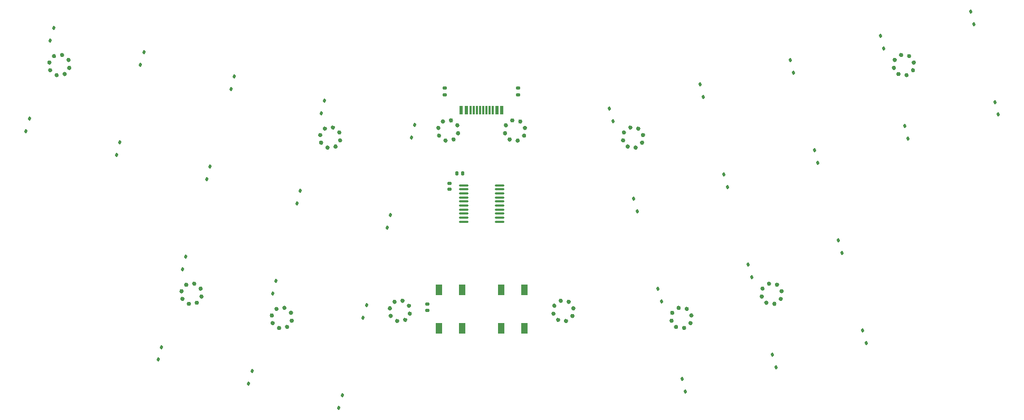
<source format=gbr>
%TF.GenerationSoftware,KiCad,Pcbnew,7.0.8*%
%TF.CreationDate,2024-02-21T20:33:01-06:00*%
%TF.ProjectId,rattlemebones32,72617474-6c65-46d6-9562-6f6e65733332,rev?*%
%TF.SameCoordinates,Original*%
%TF.FileFunction,Paste,Bot*%
%TF.FilePolarity,Positive*%
%FSLAX46Y46*%
G04 Gerber Fmt 4.6, Leading zero omitted, Abs format (unit mm)*
G04 Created by KiCad (PCBNEW 7.0.8) date 2024-02-21 20:33:01*
%MOMM*%
%LPD*%
G01*
G04 APERTURE LIST*
G04 Aperture macros list*
%AMRoundRect*
0 Rectangle with rounded corners*
0 $1 Rounding radius*
0 $2 $3 $4 $5 $6 $7 $8 $9 X,Y pos of 4 corners*
0 Add a 4 corners polygon primitive as box body*
4,1,4,$2,$3,$4,$5,$6,$7,$8,$9,$2,$3,0*
0 Add four circle primitives for the rounded corners*
1,1,$1+$1,$2,$3*
1,1,$1+$1,$4,$5*
1,1,$1+$1,$6,$7*
1,1,$1+$1,$8,$9*
0 Add four rect primitives between the rounded corners*
20,1,$1+$1,$2,$3,$4,$5,0*
20,1,$1+$1,$4,$5,$6,$7,0*
20,1,$1+$1,$6,$7,$8,$9,0*
20,1,$1+$1,$8,$9,$2,$3,0*%
G04 Aperture macros list end*
%ADD10C,0.359999*%
%ADD11C,0.360000*%
%ADD12RoundRect,0.112500X0.060138X-0.210228X0.157195X0.151994X-0.060138X0.210228X-0.157195X-0.151994X0*%
%ADD13RoundRect,0.140000X0.140000X0.170000X-0.140000X0.170000X-0.140000X-0.170000X0.140000X-0.170000X0*%
%ADD14RoundRect,0.112500X0.157195X-0.151994X0.060138X0.210228X-0.157195X0.151994X-0.060138X-0.210228X0*%
%ADD15RoundRect,0.140000X-0.170000X0.140000X-0.170000X-0.140000X0.170000X-0.140000X0.170000X0.140000X0*%
%ADD16R,1.100000X1.800000*%
%ADD17RoundRect,0.100000X0.637500X0.100000X-0.637500X0.100000X-0.637500X-0.100000X0.637500X-0.100000X0*%
%ADD18R,0.600000X1.450000*%
%ADD19R,0.300000X1.450000*%
%ADD20RoundRect,0.135000X-0.185000X0.135000X-0.185000X-0.135000X0.185000X-0.135000X0.185000X0.135000X0*%
%ADD21RoundRect,0.135000X0.185000X-0.135000X0.185000X0.135000X-0.185000X0.135000X-0.185000X-0.135000X0*%
G04 APERTURE END LIST*
%TO.C,H12*%
D10*
X137013072Y-106789501D02*
G75*
G03*
X137013072Y-106789501I-179999J0D01*
G01*
D11*
X137745382Y-107783848D02*
G75*
G03*
X137745382Y-107783848I-180000J0D01*
G01*
X137137157Y-105513922D02*
G75*
G03*
X137137157Y-105513922I-180000J0D01*
G01*
D10*
X139033901Y-107956228D02*
G75*
G03*
X139033901Y-107956228I-179999J0D01*
G01*
D11*
X138166859Y-104720376D02*
G75*
G03*
X138166859Y-104720376I-180000J0D01*
G01*
X140063604Y-107162682D02*
G75*
G03*
X140063604Y-107162682I-180000J0D01*
G01*
X139455379Y-104892756D02*
G75*
G03*
X139455379Y-104892756I-180000J0D01*
G01*
X140200629Y-105935399D02*
G75*
G03*
X140200629Y-105935399I-180000J0D01*
G01*
%TO.C,H11*%
X113944043Y-106789499D02*
G75*
G03*
X113944043Y-106789499I-180000J0D01*
G01*
X113819959Y-105513920D02*
G75*
G03*
X113819959Y-105513920I-180000J0D01*
G01*
X113211734Y-107783846D02*
G75*
G03*
X113211734Y-107783846I-180000J0D01*
G01*
D10*
X112790256Y-104720374D02*
G75*
G03*
X112790256Y-104720374I-179999J0D01*
G01*
D11*
X111923214Y-107956226D02*
G75*
G03*
X111923214Y-107956226I-180000J0D01*
G01*
X111501737Y-104892754D02*
G75*
G03*
X111501737Y-104892754I-180000J0D01*
G01*
X110893512Y-107162680D02*
G75*
G03*
X110893512Y-107162680I-180000J0D01*
G01*
D10*
X110756486Y-105935397D02*
G75*
G03*
X110756486Y-105935397I-179999J0D01*
G01*
%TO.C,H10*%
X129248501Y-77811726D02*
G75*
G03*
X129248501Y-77811726I-179999J0D01*
G01*
D11*
X129980811Y-78806073D02*
G75*
G03*
X129980811Y-78806073I-180000J0D01*
G01*
X129372586Y-76536147D02*
G75*
G03*
X129372586Y-76536147I-180000J0D01*
G01*
D10*
X131269330Y-78978453D02*
G75*
G03*
X131269330Y-78978453I-179999J0D01*
G01*
D11*
X130402288Y-75742601D02*
G75*
G03*
X130402288Y-75742601I-180000J0D01*
G01*
X132299033Y-78184907D02*
G75*
G03*
X132299033Y-78184907I-180000J0D01*
G01*
X131690808Y-75914981D02*
G75*
G03*
X131690808Y-75914981I-180000J0D01*
G01*
X132436058Y-76957624D02*
G75*
G03*
X132436058Y-76957624I-180000J0D01*
G01*
%TO.C,H9*%
X121708616Y-77811723D02*
G75*
G03*
X121708616Y-77811723I-180000J0D01*
G01*
X121584532Y-76536144D02*
G75*
G03*
X121584532Y-76536144I-180000J0D01*
G01*
X120976307Y-78806070D02*
G75*
G03*
X120976307Y-78806070I-180000J0D01*
G01*
D10*
X120554829Y-75742598D02*
G75*
G03*
X120554829Y-75742598I-179999J0D01*
G01*
D11*
X119687787Y-78978450D02*
G75*
G03*
X119687787Y-78978450I-180000J0D01*
G01*
X119266310Y-75914978D02*
G75*
G03*
X119266310Y-75914978I-180000J0D01*
G01*
X118658085Y-78184904D02*
G75*
G03*
X118658085Y-78184904I-180000J0D01*
G01*
D10*
X118521059Y-76957621D02*
G75*
G03*
X118521059Y-76957621I-179999J0D01*
G01*
%TO.C,H8*%
X170441540Y-104044027D02*
G75*
G03*
X170441540Y-104044027I-179999J0D01*
G01*
D11*
X171173850Y-105038374D02*
G75*
G03*
X171173850Y-105038374I-180000J0D01*
G01*
X170565625Y-102768448D02*
G75*
G03*
X170565625Y-102768448I-180000J0D01*
G01*
D10*
X172462369Y-105210754D02*
G75*
G03*
X172462369Y-105210754I-179999J0D01*
G01*
D11*
X171595327Y-101974902D02*
G75*
G03*
X171595327Y-101974902I-180000J0D01*
G01*
X173492072Y-104417208D02*
G75*
G03*
X173492072Y-104417208I-180000J0D01*
G01*
X172883847Y-102147282D02*
G75*
G03*
X172883847Y-102147282I-180000J0D01*
G01*
X173629097Y-103189925D02*
G75*
G03*
X173629097Y-103189925I-180000J0D01*
G01*
%TO.C,H7*%
D10*
X155952651Y-107926312D02*
G75*
G03*
X155952651Y-107926312I-179999J0D01*
G01*
D11*
X156684961Y-108920659D02*
G75*
G03*
X156684961Y-108920659I-180000J0D01*
G01*
X156076736Y-106650733D02*
G75*
G03*
X156076736Y-106650733I-180000J0D01*
G01*
D10*
X157973480Y-109093039D02*
G75*
G03*
X157973480Y-109093039I-179999J0D01*
G01*
D11*
X157106438Y-105857187D02*
G75*
G03*
X157106438Y-105857187I-180000J0D01*
G01*
X159003183Y-108299493D02*
G75*
G03*
X159003183Y-108299493I-180000J0D01*
G01*
X158394958Y-106029567D02*
G75*
G03*
X158394958Y-106029567I-180000J0D01*
G01*
X159140208Y-107072210D02*
G75*
G03*
X159140208Y-107072210I-180000J0D01*
G01*
%TO.C,H6*%
X194842300Y-66447577D02*
G75*
G03*
X194842300Y-66447577I-180000J0D01*
G01*
X194097050Y-65404934D02*
G75*
G03*
X194097050Y-65404934I-180000J0D01*
G01*
X194705275Y-67674860D02*
G75*
G03*
X194705275Y-67674860I-180000J0D01*
G01*
X192808530Y-65232554D02*
G75*
G03*
X192808530Y-65232554I-180000J0D01*
G01*
D10*
X193675572Y-68468406D02*
G75*
G03*
X193675572Y-68468406I-179999J0D01*
G01*
D11*
X191778828Y-66026100D02*
G75*
G03*
X191778828Y-66026100I-180000J0D01*
G01*
X192387053Y-68296026D02*
G75*
G03*
X192387053Y-68296026I-180000J0D01*
G01*
D10*
X191654743Y-67301679D02*
G75*
G03*
X191654743Y-67301679I-179999J0D01*
G01*
%TO.C,H5*%
X148188084Y-78948535D02*
G75*
G03*
X148188084Y-78948535I-179999J0D01*
G01*
D11*
X148920394Y-79942882D02*
G75*
G03*
X148920394Y-79942882I-180000J0D01*
G01*
X148312169Y-77672956D02*
G75*
G03*
X148312169Y-77672956I-180000J0D01*
G01*
D10*
X150208913Y-80115262D02*
G75*
G03*
X150208913Y-80115262I-179999J0D01*
G01*
D11*
X149341871Y-76879410D02*
G75*
G03*
X149341871Y-76879410I-180000J0D01*
G01*
X151238616Y-79321716D02*
G75*
G03*
X151238616Y-79321716I-180000J0D01*
G01*
X150630391Y-77051790D02*
G75*
G03*
X150630391Y-77051790I-180000J0D01*
G01*
X151375641Y-78094433D02*
G75*
G03*
X151375641Y-78094433I-180000J0D01*
G01*
%TO.C,H4*%
D10*
X91816909Y-107072208D02*
G75*
G03*
X91816909Y-107072208I-179999J0D01*
G01*
D11*
X91953935Y-108299491D02*
G75*
G03*
X91953935Y-108299491I-180000J0D01*
G01*
X92562160Y-106029565D02*
G75*
G03*
X92562160Y-106029565I-180000J0D01*
G01*
X92983637Y-109093037D02*
G75*
G03*
X92983637Y-109093037I-180000J0D01*
G01*
D10*
X93850679Y-105857185D02*
G75*
G03*
X93850679Y-105857185I-179999J0D01*
G01*
D11*
X94272157Y-108920657D02*
G75*
G03*
X94272157Y-108920657I-180000J0D01*
G01*
X94880382Y-106650731D02*
G75*
G03*
X94880382Y-106650731I-180000J0D01*
G01*
X95004466Y-107926310D02*
G75*
G03*
X95004466Y-107926310I-180000J0D01*
G01*
%TO.C,H3*%
D10*
X77328021Y-103189925D02*
G75*
G03*
X77328021Y-103189925I-179999J0D01*
G01*
D11*
X77465047Y-104417208D02*
G75*
G03*
X77465047Y-104417208I-180000J0D01*
G01*
X78073272Y-102147282D02*
G75*
G03*
X78073272Y-102147282I-180000J0D01*
G01*
X78494749Y-105210754D02*
G75*
G03*
X78494749Y-105210754I-180000J0D01*
G01*
D10*
X79361791Y-101974902D02*
G75*
G03*
X79361791Y-101974902I-179999J0D01*
G01*
D11*
X79783269Y-105038374D02*
G75*
G03*
X79783269Y-105038374I-180000J0D01*
G01*
X80391494Y-102768448D02*
G75*
G03*
X80391494Y-102768448I-180000J0D01*
G01*
X80515578Y-104044027D02*
G75*
G03*
X80515578Y-104044027I-180000J0D01*
G01*
%TO.C,H2*%
D10*
X99581482Y-78094433D02*
G75*
G03*
X99581482Y-78094433I-179999J0D01*
G01*
D11*
X99718508Y-79321716D02*
G75*
G03*
X99718508Y-79321716I-180000J0D01*
G01*
X100326733Y-77051790D02*
G75*
G03*
X100326733Y-77051790I-180000J0D01*
G01*
X100748210Y-80115262D02*
G75*
G03*
X100748210Y-80115262I-180000J0D01*
G01*
D10*
X101615252Y-76879410D02*
G75*
G03*
X101615252Y-76879410I-179999J0D01*
G01*
D11*
X102036730Y-79942882D02*
G75*
G03*
X102036730Y-79942882I-180000J0D01*
G01*
X102644955Y-77672956D02*
G75*
G03*
X102644955Y-77672956I-180000J0D01*
G01*
X102769039Y-78948535D02*
G75*
G03*
X102769039Y-78948535I-180000J0D01*
G01*
%TO.C,H1*%
X59302375Y-67301680D02*
G75*
G03*
X59302375Y-67301680I-180000J0D01*
G01*
X59178291Y-66026101D02*
G75*
G03*
X59178291Y-66026101I-180000J0D01*
G01*
X58570066Y-68296027D02*
G75*
G03*
X58570066Y-68296027I-180000J0D01*
G01*
D10*
X58148588Y-65232555D02*
G75*
G03*
X58148588Y-65232555I-179999J0D01*
G01*
D11*
X57281546Y-68468407D02*
G75*
G03*
X57281546Y-68468407I-180000J0D01*
G01*
X56860069Y-65404935D02*
G75*
G03*
X56860069Y-65404935I-180000J0D01*
G01*
X56251844Y-67674861D02*
G75*
G03*
X56251844Y-67674861I-180000J0D01*
G01*
D10*
X56114818Y-66447578D02*
G75*
G03*
X56114818Y-66447578I-179999J0D01*
G01*
%TD*%
D12*
%TO.C,D1*%
X56076188Y-62952857D03*
X56619708Y-60924413D03*
%TD*%
D13*
%TO.C,C2*%
X121298725Y-84289371D03*
X122258725Y-84289371D03*
%TD*%
D14*
%TO.C,D6*%
X175356904Y-68087829D03*
X174813384Y-66059385D03*
%TD*%
D12*
%TO.C,D3*%
X70565079Y-66835145D03*
X71108599Y-64806701D03*
%TD*%
%TO.C,D5*%
X85053966Y-70717429D03*
X85597486Y-68688985D03*
%TD*%
D14*
%TO.C,D2*%
X203791160Y-58294812D03*
X204334680Y-60323256D03*
%TD*%
%TO.C,D14*%
X193184561Y-76665984D03*
X193728081Y-78694428D03*
%TD*%
D12*
%TO.C,D15*%
X81171681Y-85206316D03*
X81715201Y-83177872D03*
%TD*%
D14*
%TO.C,D4*%
X189302271Y-62177097D03*
X189845791Y-64205541D03*
%TD*%
D12*
%TO.C,D9*%
X52193903Y-77441744D03*
X52737423Y-75413300D03*
%TD*%
D14*
%TO.C,D10*%
X207673449Y-72783698D03*
X208216969Y-74812142D03*
%TD*%
D15*
%TO.C,C1*%
X120178726Y-86822351D03*
X120178726Y-85862351D03*
%TD*%
D14*
%TO.C,D20*%
X150261417Y-90341286D03*
X149717897Y-88312842D03*
%TD*%
D12*
%TO.C,D21*%
X77289393Y-99695203D03*
X77832913Y-97666759D03*
%TD*%
D14*
%TO.C,D22*%
X183121478Y-97065602D03*
X182577958Y-95037158D03*
%TD*%
D12*
%TO.C,D23*%
X91778279Y-103577490D03*
X92321799Y-101549046D03*
%TD*%
D14*
%TO.C,D24*%
X168632589Y-100947889D03*
X168089069Y-98919445D03*
%TD*%
D12*
%TO.C,D25*%
X106267169Y-107459775D03*
X106810689Y-105431331D03*
%TD*%
D14*
%TO.C,D26*%
X154143703Y-104830174D03*
X153600183Y-102801730D03*
%TD*%
D12*
%TO.C,D27*%
X73407106Y-114184092D03*
X73950626Y-112155648D03*
%TD*%
D14*
%TO.C,D28*%
X187003763Y-111554489D03*
X186460243Y-109526045D03*
%TD*%
%TO.C,D12*%
X146379130Y-75852399D03*
X145835610Y-73823955D03*
%TD*%
D16*
%TO.C,SW33*%
X122148656Y-109189371D03*
X122148656Y-102989371D03*
X118448656Y-109189371D03*
X118448656Y-102989371D03*
%TD*%
%TO.C,SW34*%
X132148658Y-109189371D03*
X132148658Y-102989371D03*
X128448658Y-109189371D03*
X128448658Y-102989371D03*
%TD*%
D17*
%TO.C,U1*%
X122436158Y-86164370D03*
X122436158Y-86814370D03*
X122436158Y-87464370D03*
X122436158Y-88114370D03*
X122436158Y-88764370D03*
X122436158Y-89414370D03*
X122436158Y-90064370D03*
X122436158Y-90714370D03*
X122436158Y-91364370D03*
X122436158Y-92014370D03*
X128161158Y-92014370D03*
X128161158Y-91364370D03*
X128161158Y-90714370D03*
X128161158Y-90064370D03*
X128161158Y-89414370D03*
X128161158Y-88764370D03*
X128161158Y-88114370D03*
X128161158Y-87464370D03*
X128161158Y-86814370D03*
X128161158Y-86164370D03*
%TD*%
D14*
%TO.C,D16*%
X179239194Y-82576713D03*
X178695674Y-80548269D03*
%TD*%
D12*
%TO.C,D17*%
X95660567Y-89088603D03*
X96204087Y-87060159D03*
%TD*%
%TO.C,D11*%
X114031740Y-78482001D03*
X114575260Y-76453557D03*
%TD*%
%TO.C,D13*%
X66682792Y-81324030D03*
X67226312Y-79295586D03*
%TD*%
%TO.C,D7*%
X99542854Y-74599714D03*
X100086374Y-72571270D03*
%TD*%
D14*
%TO.C,D8*%
X160868017Y-71970112D03*
X160324497Y-69941668D03*
%TD*%
D12*
%TO.C,D29*%
X87895993Y-118066377D03*
X88439513Y-116037933D03*
%TD*%
D14*
%TO.C,D18*%
X164750303Y-86458999D03*
X164206783Y-84430555D03*
%TD*%
D12*
%TO.C,D19*%
X110149456Y-92970886D03*
X110692976Y-90942442D03*
%TD*%
D14*
%TO.C,D30*%
X172514873Y-115436773D03*
X171971353Y-113408329D03*
%TD*%
D12*
%TO.C,D31*%
X102384883Y-121948661D03*
X102928403Y-119920217D03*
%TD*%
D14*
%TO.C,D32*%
X158025988Y-119319062D03*
X157482468Y-117290618D03*
%TD*%
D18*
%TO.C,J1*%
X122048657Y-74092826D03*
X122848657Y-74092826D03*
D19*
X123548657Y-74092826D03*
X124548657Y-74092826D03*
X126048657Y-74092826D03*
X127048657Y-74092826D03*
D18*
X127748657Y-74092826D03*
X128548657Y-74092826D03*
X128548657Y-74092826D03*
X127748657Y-74092826D03*
D19*
X126548657Y-74092826D03*
X125548657Y-74092826D03*
X125048657Y-74092826D03*
X124048657Y-74092826D03*
D18*
X122848657Y-74092826D03*
X122048657Y-74092826D03*
%TD*%
D20*
%TO.C,R1*%
X116578726Y-106289371D03*
X116578726Y-105269371D03*
%TD*%
D21*
%TO.C,R4*%
X119378729Y-71599371D03*
X119378729Y-70579371D03*
%TD*%
%TO.C,R5*%
X131178725Y-71599370D03*
X131178725Y-70579370D03*
%TD*%
M02*

</source>
